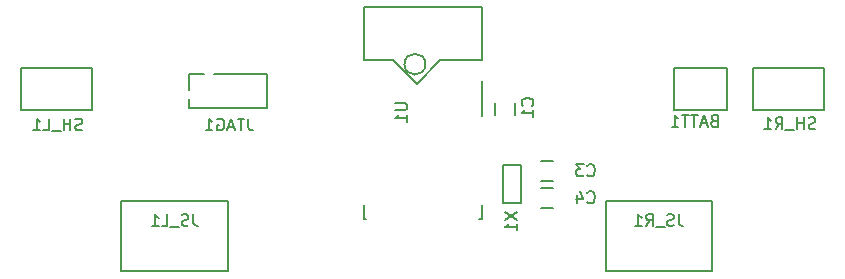
<source format=gbr>
G04 #@! TF.FileFunction,Legend,Bot*
%FSLAX46Y46*%
G04 Gerber Fmt 4.6, Leading zero omitted, Abs format (unit mm)*
G04 Created by KiCad (PCBNEW (2016-04-11 BZR 6687, Git f239aee)-product) date 4/21/2016 12:06:05 PM*
%MOMM*%
G01*
G04 APERTURE LIST*
%ADD10C,0.020000*%
%ADD11C,0.150000*%
G04 APERTURE END LIST*
D10*
D11*
X81018000Y-41236000D02*
X80018000Y-41236000D01*
X80018000Y-39536000D02*
X81018000Y-39536000D01*
X81018000Y-43522000D02*
X80018000Y-43522000D01*
X80018000Y-41822000D02*
X81018000Y-41822000D01*
X77812000Y-34679000D02*
X77812000Y-35679000D01*
X76112000Y-35679000D02*
X76112000Y-34679000D01*
X76847000Y-39929000D02*
X78347000Y-39929000D01*
X78347000Y-39929000D02*
X78347000Y-43129000D01*
X78347000Y-43129000D02*
X76847000Y-43129000D01*
X76847000Y-43129000D02*
X76847000Y-39929000D01*
X95750000Y-35200000D02*
X91250000Y-35200000D01*
X91250000Y-35200000D02*
X91250000Y-31700000D01*
X91250000Y-31700000D02*
X95750000Y-31700000D01*
X95750000Y-31700000D02*
X95750000Y-35200000D01*
X44500000Y-42900000D02*
X44500000Y-48900000D01*
X44500000Y-42900000D02*
X53500000Y-42900000D01*
X53500000Y-42900000D02*
X53500000Y-48900000D01*
X53500000Y-48900000D02*
X44500000Y-48900000D01*
X85500000Y-42900000D02*
X85500000Y-48900000D01*
X85500000Y-42900000D02*
X94500000Y-42900000D01*
X94500000Y-42900000D02*
X94500000Y-48900000D01*
X94500000Y-48900000D02*
X85500000Y-48900000D01*
X50200000Y-35100000D02*
X50200000Y-34300000D01*
X56850000Y-35100000D02*
X50200000Y-35100000D01*
X56850000Y-35100000D02*
X56850000Y-32150000D01*
X56850000Y-32150000D02*
X52300000Y-32150000D01*
X50200000Y-33500000D02*
X50200000Y-32150000D01*
X50200000Y-32150000D02*
X51500000Y-32150000D01*
X42000000Y-31700000D02*
X42000000Y-35200000D01*
X42000000Y-35200000D02*
X36000000Y-35200000D01*
X36000000Y-35200000D02*
X36000000Y-31700000D01*
X36000000Y-31700000D02*
X42000000Y-31700000D01*
X104000000Y-31700000D02*
X104000000Y-35200000D01*
X104000000Y-35200000D02*
X98000000Y-35200000D01*
X98000000Y-35200000D02*
X98000000Y-31700000D01*
X98000000Y-31700000D02*
X104000000Y-31700000D01*
X75000000Y-44500000D02*
X74750000Y-44500000D01*
X65000000Y-44500000D02*
X65250000Y-44500000D01*
X65000000Y-44500000D02*
X65000000Y-43250000D01*
X65000000Y-26500000D02*
X65000000Y-31000000D01*
X75000000Y-43250000D02*
X75000000Y-44500000D01*
X75000000Y-32750000D02*
X75000000Y-35750000D01*
X75000000Y-26500000D02*
X75000000Y-31000000D01*
X71500000Y-31000000D02*
X75000000Y-31000000D01*
X67500000Y-31000000D02*
X65000000Y-31000000D01*
X67500000Y-31000000D02*
X69500000Y-33000000D01*
X69500000Y-33000000D02*
X71500000Y-31000000D01*
X70240225Y-31350000D02*
G75*
G03X70240225Y-31350000I-890225J0D01*
G01*
X65000000Y-26500000D02*
X75000000Y-26500000D01*
X83957166Y-40743142D02*
X84004785Y-40790761D01*
X84147642Y-40838380D01*
X84242880Y-40838380D01*
X84385738Y-40790761D01*
X84480976Y-40695523D01*
X84528595Y-40600285D01*
X84576214Y-40409809D01*
X84576214Y-40266952D01*
X84528595Y-40076476D01*
X84480976Y-39981238D01*
X84385738Y-39886000D01*
X84242880Y-39838380D01*
X84147642Y-39838380D01*
X84004785Y-39886000D01*
X83957166Y-39933619D01*
X83623833Y-39838380D02*
X83004785Y-39838380D01*
X83338119Y-40219333D01*
X83195261Y-40219333D01*
X83100023Y-40266952D01*
X83052404Y-40314571D01*
X83004785Y-40409809D01*
X83004785Y-40647904D01*
X83052404Y-40743142D01*
X83100023Y-40790761D01*
X83195261Y-40838380D01*
X83480976Y-40838380D01*
X83576214Y-40790761D01*
X83623833Y-40743142D01*
X83957166Y-43029142D02*
X84004785Y-43076761D01*
X84147642Y-43124380D01*
X84242880Y-43124380D01*
X84385738Y-43076761D01*
X84480976Y-42981523D01*
X84528595Y-42886285D01*
X84576214Y-42695809D01*
X84576214Y-42552952D01*
X84528595Y-42362476D01*
X84480976Y-42267238D01*
X84385738Y-42172000D01*
X84242880Y-42124380D01*
X84147642Y-42124380D01*
X84004785Y-42172000D01*
X83957166Y-42219619D01*
X83100023Y-42457714D02*
X83100023Y-43124380D01*
X83338119Y-42076761D02*
X83576214Y-42791047D01*
X82957166Y-42791047D01*
X79287642Y-34851333D02*
X79335261Y-34803714D01*
X79382880Y-34660857D01*
X79382880Y-34565619D01*
X79335261Y-34422761D01*
X79240023Y-34327523D01*
X79144785Y-34279904D01*
X78954309Y-34232285D01*
X78811452Y-34232285D01*
X78620976Y-34279904D01*
X78525738Y-34327523D01*
X78430500Y-34422761D01*
X78382880Y-34565619D01*
X78382880Y-34660857D01*
X78430500Y-34803714D01*
X78478119Y-34851333D01*
X79382880Y-35803714D02*
X79382880Y-35232285D01*
X79382880Y-35518000D02*
X78382880Y-35518000D01*
X78525738Y-35422761D01*
X78620976Y-35327523D01*
X78668595Y-35232285D01*
X76952380Y-43842976D02*
X77952380Y-44509642D01*
X76952380Y-44509642D02*
X77952380Y-43842976D01*
X77952380Y-45414404D02*
X77952380Y-44842976D01*
X77952380Y-45128690D02*
X76952380Y-45128690D01*
X77095238Y-45033452D01*
X77190476Y-44938214D01*
X77238095Y-44842976D01*
X94656738Y-36123571D02*
X94513880Y-36171190D01*
X94466261Y-36218809D01*
X94418642Y-36314047D01*
X94418642Y-36456904D01*
X94466261Y-36552142D01*
X94513880Y-36599761D01*
X94609119Y-36647380D01*
X94990071Y-36647380D01*
X94990071Y-35647380D01*
X94656738Y-35647380D01*
X94561500Y-35695000D01*
X94513880Y-35742619D01*
X94466261Y-35837857D01*
X94466261Y-35933095D01*
X94513880Y-36028333D01*
X94561500Y-36075952D01*
X94656738Y-36123571D01*
X94990071Y-36123571D01*
X94037690Y-36361666D02*
X93561500Y-36361666D01*
X94132928Y-36647380D02*
X93799595Y-35647380D01*
X93466261Y-36647380D01*
X93275785Y-35647380D02*
X92704357Y-35647380D01*
X92990071Y-36647380D02*
X92990071Y-35647380D01*
X92513880Y-35647380D02*
X91942452Y-35647380D01*
X92228166Y-36647380D02*
X92228166Y-35647380D01*
X91085309Y-36647380D02*
X91656738Y-36647380D01*
X91371023Y-36647380D02*
X91371023Y-35647380D01*
X91466261Y-35790238D01*
X91561500Y-35885476D01*
X91656738Y-35933095D01*
X50592738Y-44052380D02*
X50592738Y-44766666D01*
X50640357Y-44909523D01*
X50735595Y-45004761D01*
X50878452Y-45052380D01*
X50973690Y-45052380D01*
X50164166Y-45004761D02*
X50021309Y-45052380D01*
X49783214Y-45052380D01*
X49687976Y-45004761D01*
X49640357Y-44957142D01*
X49592738Y-44861904D01*
X49592738Y-44766666D01*
X49640357Y-44671428D01*
X49687976Y-44623809D01*
X49783214Y-44576190D01*
X49973690Y-44528571D01*
X50068928Y-44480952D01*
X50116547Y-44433333D01*
X50164166Y-44338095D01*
X50164166Y-44242857D01*
X50116547Y-44147619D01*
X50068928Y-44100000D01*
X49973690Y-44052380D01*
X49735595Y-44052380D01*
X49592738Y-44100000D01*
X49402261Y-45147619D02*
X48640357Y-45147619D01*
X47926071Y-45052380D02*
X48402261Y-45052380D01*
X48402261Y-44052380D01*
X47068928Y-45052380D02*
X47640357Y-45052380D01*
X47354642Y-45052380D02*
X47354642Y-44052380D01*
X47449880Y-44195238D01*
X47545119Y-44290476D01*
X47640357Y-44338095D01*
X91687976Y-44052380D02*
X91687976Y-44766666D01*
X91735595Y-44909523D01*
X91830833Y-45004761D01*
X91973690Y-45052380D01*
X92068928Y-45052380D01*
X91259404Y-45004761D02*
X91116547Y-45052380D01*
X90878452Y-45052380D01*
X90783214Y-45004761D01*
X90735595Y-44957142D01*
X90687976Y-44861904D01*
X90687976Y-44766666D01*
X90735595Y-44671428D01*
X90783214Y-44623809D01*
X90878452Y-44576190D01*
X91068928Y-44528571D01*
X91164166Y-44480952D01*
X91211785Y-44433333D01*
X91259404Y-44338095D01*
X91259404Y-44242857D01*
X91211785Y-44147619D01*
X91164166Y-44100000D01*
X91068928Y-44052380D01*
X90830833Y-44052380D01*
X90687976Y-44100000D01*
X90497500Y-45147619D02*
X89735595Y-45147619D01*
X88926071Y-45052380D02*
X89259404Y-44576190D01*
X89497500Y-45052380D02*
X89497500Y-44052380D01*
X89116547Y-44052380D01*
X89021309Y-44100000D01*
X88973690Y-44147619D01*
X88926071Y-44242857D01*
X88926071Y-44385714D01*
X88973690Y-44480952D01*
X89021309Y-44528571D01*
X89116547Y-44576190D01*
X89497500Y-44576190D01*
X87973690Y-45052380D02*
X88545119Y-45052380D01*
X88259404Y-45052380D02*
X88259404Y-44052380D01*
X88354642Y-44195238D01*
X88449880Y-44290476D01*
X88545119Y-44338095D01*
X55240357Y-35952380D02*
X55240357Y-36666666D01*
X55287976Y-36809523D01*
X55383214Y-36904761D01*
X55526071Y-36952380D01*
X55621309Y-36952380D01*
X54907023Y-35952380D02*
X54335595Y-35952380D01*
X54621309Y-36952380D02*
X54621309Y-35952380D01*
X54049880Y-36666666D02*
X53573690Y-36666666D01*
X54145119Y-36952380D02*
X53811785Y-35952380D01*
X53478452Y-36952380D01*
X52621309Y-36000000D02*
X52716547Y-35952380D01*
X52859404Y-35952380D01*
X53002261Y-36000000D01*
X53097500Y-36095238D01*
X53145119Y-36190476D01*
X53192738Y-36380952D01*
X53192738Y-36523809D01*
X53145119Y-36714285D01*
X53097500Y-36809523D01*
X53002261Y-36904761D01*
X52859404Y-36952380D01*
X52764166Y-36952380D01*
X52621309Y-36904761D01*
X52573690Y-36857142D01*
X52573690Y-36523809D01*
X52764166Y-36523809D01*
X51621309Y-36952380D02*
X52192738Y-36952380D01*
X51907023Y-36952380D02*
X51907023Y-35952380D01*
X52002261Y-36095238D01*
X52097500Y-36190476D01*
X52192738Y-36238095D01*
X41168928Y-36904761D02*
X41026071Y-36952380D01*
X40787976Y-36952380D01*
X40692738Y-36904761D01*
X40645119Y-36857142D01*
X40597500Y-36761904D01*
X40597500Y-36666666D01*
X40645119Y-36571428D01*
X40692738Y-36523809D01*
X40787976Y-36476190D01*
X40978452Y-36428571D01*
X41073690Y-36380952D01*
X41121309Y-36333333D01*
X41168928Y-36238095D01*
X41168928Y-36142857D01*
X41121309Y-36047619D01*
X41073690Y-36000000D01*
X40978452Y-35952380D01*
X40740357Y-35952380D01*
X40597500Y-36000000D01*
X40168928Y-36952380D02*
X40168928Y-35952380D01*
X40168928Y-36428571D02*
X39597500Y-36428571D01*
X39597500Y-36952380D02*
X39597500Y-35952380D01*
X39359404Y-37047619D02*
X38597500Y-37047619D01*
X37883214Y-36952380D02*
X38359404Y-36952380D01*
X38359404Y-35952380D01*
X37026071Y-36952380D02*
X37597500Y-36952380D01*
X37311785Y-36952380D02*
X37311785Y-35952380D01*
X37407023Y-36095238D01*
X37502261Y-36190476D01*
X37597500Y-36238095D01*
X103264166Y-36804761D02*
X103121309Y-36852380D01*
X102883214Y-36852380D01*
X102787976Y-36804761D01*
X102740357Y-36757142D01*
X102692738Y-36661904D01*
X102692738Y-36566666D01*
X102740357Y-36471428D01*
X102787976Y-36423809D01*
X102883214Y-36376190D01*
X103073690Y-36328571D01*
X103168928Y-36280952D01*
X103216547Y-36233333D01*
X103264166Y-36138095D01*
X103264166Y-36042857D01*
X103216547Y-35947619D01*
X103168928Y-35900000D01*
X103073690Y-35852380D01*
X102835595Y-35852380D01*
X102692738Y-35900000D01*
X102264166Y-36852380D02*
X102264166Y-35852380D01*
X102264166Y-36328571D02*
X101692738Y-36328571D01*
X101692738Y-36852380D02*
X101692738Y-35852380D01*
X101454642Y-36947619D02*
X100692738Y-36947619D01*
X99883214Y-36852380D02*
X100216547Y-36376190D01*
X100454642Y-36852380D02*
X100454642Y-35852380D01*
X100073690Y-35852380D01*
X99978452Y-35900000D01*
X99930833Y-35947619D01*
X99883214Y-36042857D01*
X99883214Y-36185714D01*
X99930833Y-36280952D01*
X99978452Y-36328571D01*
X100073690Y-36376190D01*
X100454642Y-36376190D01*
X98930833Y-36852380D02*
X99502261Y-36852380D01*
X99216547Y-36852380D02*
X99216547Y-35852380D01*
X99311785Y-35995238D01*
X99407023Y-36090476D01*
X99502261Y-36138095D01*
X67702380Y-34640595D02*
X68511904Y-34640595D01*
X68607142Y-34688214D01*
X68654761Y-34735833D01*
X68702380Y-34831071D01*
X68702380Y-35021547D01*
X68654761Y-35116785D01*
X68607142Y-35164404D01*
X68511904Y-35212023D01*
X67702380Y-35212023D01*
X68702380Y-36212023D02*
X68702380Y-35640595D01*
X68702380Y-35926309D02*
X67702380Y-35926309D01*
X67845238Y-35831071D01*
X67940476Y-35735833D01*
X67988095Y-35640595D01*
M02*

</source>
